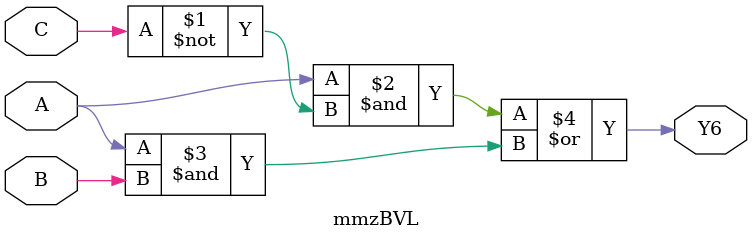
<source format=v>


module posSTL(input wire A, B, C, output wire Y1);

  wire c1, c2, c3, c4, c5, nelA, nelB, nelC;

  not (nelC, C);
  not (nelB, B);
  not (nelA, A);
  or  (c1, A, B, C);
  or  (c2, A, B, nelC);
  or  (c3, A, nelB, C);
  or  (c4, A, nelB, nelC);
  or  (c5, nelA, B, nelC);
  and (Y1, c1, c2, c3, c4, c5);

endmodule

//SOP GATE LEVEL MODELLING: ALARMAS

module sopSTL(input wire A, B, C, output wire Y2);

  wire w1, w2, w3, nB, nC;

  not (nB, B);
  not (nC, C);
  and (w1, A, nB, nC);
  and (w2, A, B, nC);
  and (w3, A, B, C);
  or  (Y2, w1, w2, w3);

endmodule

//MINIMIZADA GATE LEVEL MODELLING: ALARMAS

module mmzSTL(input wire A, B, C, output wire Y3);

  wire x1, x2, noC;

  not (noC, C);
  and (x1, A, noC);
  and (x2, A, B);
  or  (Y3, x1, x2);

endmodule

//POS BEHAVIORAL MODELLING: ALARMAS

module posBVL(input wire A, B, C, output wire Y4);

  assign Y4 = (A | B | C) & (A | B | ~C) & (A | ~B | C) & (A | ~B | ~C) & (~A | B | ~C);

endmodule

//SOP BEHAVIORAL MODELLING: ALARMAS

module sopBVL(input wire A, B, C, output wire Y5);

  assign Y5 = (A & ~B & ~C) | (A & B & ~C) | (A & B & C);

endmodule

//MINIMIZADA BEHAVIORAL MODELLING: ALARMAS

module mmzBVL(input wire A, B, C, output wire Y6);

  assign Y6 = (A & ~C) | (A & B);

endmodule

</source>
